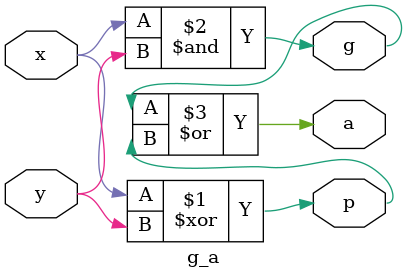
<source format=v>
module g_a(g,a,p,x,y);


output g,a,p;
input x,y;

assign p=x^y;
assign g=x&y;
assign a=g|p;

endmodule
</source>
